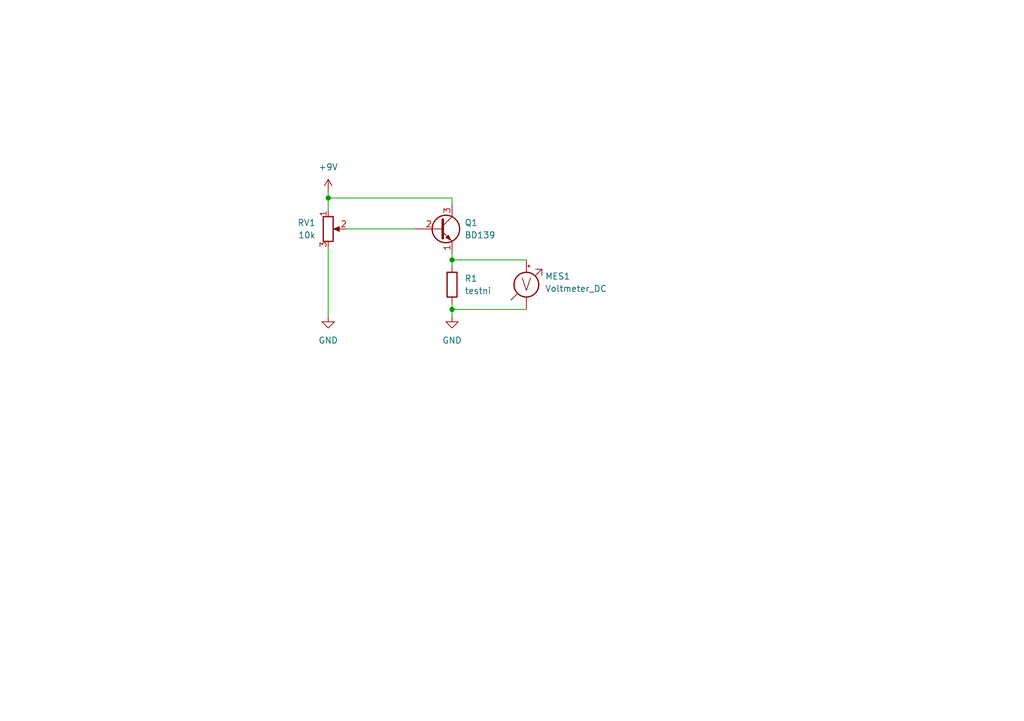
<source format=kicad_sch>
(kicad_sch (version 20211123) (generator eeschema)
  (paper "A5")
  (lib_symbols
    (symbol "Device:Q_NPN_EBC" (pin_names (offset 0) hide)
      (property "Reference" "Q" (at 5.08 1.27 0))
      (property "Value" "Q_NPN_EBC" (at 5.08 -1.27 0))
      (symbol "Q_NPN_EBC_0_1"
        (polyline (pts (xy 0.635 0.635) (xy 2.54 2.54)))
        (polyline (pts (xy 0.635 -0.635) (xy 2.54 -2.54) (xy 2.54 -2.54)))
        (polyline (pts (xy 0.635 1.905) (xy 0.635 -1.905) (xy 0.635 -1.905)) (stroke (width 0.508)))
        (polyline (pts (xy 1.27 -1.778) (xy 1.778 -1.27) (xy 2.286 -2.286) (xy 1.27 -1.778) (xy 1.27 -1.778)) (fill (type outline)))
        (circle (center 1.27 0) (radius 2.8194) (stroke (width 0.254)))
      )
      (symbol "Q_NPN_EBC_1_1"
        (pin passive line (at 2.54 -5.08 90) (length 2.54) (name "E") (number "1"))
        (pin passive line (at -5.08 0 0) (length 5.715) (name "B") (number "2"))
        (pin passive line (at 2.54 5.08 270) (length 2.54) (name "C") (number "3"))
      )
    )
    (symbol "Device:R" (pin_numbers hide) (pin_names (offset 0))
      (property "Reference" "R" (at 2.032 0 90))
      (property "Value" "R" (at 0 0 90))
      (symbol "R_0_1"
        (rectangle (start -1.016 -2.54) (end 1.016 2.54) (stroke (width 0.254)))
      )
      (symbol "R_1_1"
        (pin passive line (at 0 3.81 270) (length 1.27) (name "~") (number "1"))
        (pin passive line (at 0 -3.81 90) (length 1.27) (name "~") (number "2"))
      )
    )
    (symbol "Device:R_Potentiometer" (pin_names (offset 1.016) hide)
      (property "Reference" "RV" (at -4.445 0 90))
      (property "Value" "R_Potentiometer" (at -2.54 0 90))
      (symbol "R_Potentiometer_0_1"
        (polyline (pts (xy 2.54 0) (xy 1.524 0)))
        (polyline (pts (xy 1.143 0) (xy 2.286 0.508) (xy 2.286 -0.508) (xy 1.143 0)) (fill (type outline)))
        (rectangle (start 1.016 2.54) (end -1.016 -2.54) (stroke (width 0.254)))
      )
      (symbol "R_Potentiometer_1_1"
        (pin passive line (at 0 3.81 270) (length 1.27) (name "1") (number "1"))
        (pin passive line (at 3.81 0 180) (length 1.27) (name "2") (number "2"))
        (pin passive line (at 0 -3.81 90) (length 1.27) (name "3") (number "3"))
      )
    )
    (symbol "Device:Voltmeter_DC" (pin_numbers hide) (pin_names (offset 0.0254) hide)
      (property "Reference" "MES" (at -3.302 1.016 0))
      (property "Value" "Voltmeter_DC" (at -3.302 -0.762 0))
      (symbol "Voltmeter_DC_0_0"
        (polyline (pts (xy -3.175 -3.175) (xy -1.905 -1.905)))
        (polyline (pts (xy 1.905 1.905) (xy 3.175 3.175)))
        (polyline (pts (xy 1.905 3.175) (xy 3.175 3.175) (xy 3.175 1.905)))
        (text "V" (at 0 0 0) (effects (font (size 2.54 2.54))))
      )
      (symbol "Voltmeter_DC_0_1"
        (polyline (pts (xy 0.254 3.81) (xy 0.762 3.81)))
        (polyline (pts (xy 0.508 4.064) (xy 0.508 3.556)))
        (circle (center 0 0) (radius 2.54) (stroke (width 0.254)))
      )
      (symbol "Voltmeter_DC_1_1"
        (pin passive line (at 0 -5.08 90) (length 2.54) (name "-") (number "1"))
        (pin passive line (at 0 5.08 270) (length 2.54) (name "+") (number "2"))
      )
    )
    (symbol "power:+9V" (power) (pin_names (offset 0))
      (property "Value" "+9V" (at 0 3.556 0))
      (symbol "+9V_0_1"
        (polyline (pts (xy -0.762 1.27) (xy 0 2.54)))
        (polyline (pts (xy 0 0) (xy 0 2.54)))
        (polyline (pts (xy 0 2.54) (xy 0.762 1.27)))
      )
      (symbol "+9V_1_1"
        (pin power_in line (at 0 0 90) (length 0) hide (name "+9V") (number "1"))
      )
    )
    (symbol "power:GND" (power) (pin_names (offset 0))
      (property "Value" "GND" (at 0 -3.81 0))
      (symbol "GND_0_1"
        (polyline (pts (xy 0 0) (xy 0 -1.27) (xy 1.27 -1.27) (xy 0 -2.54) (xy -1.27 -1.27) (xy 0 -1.27)))
      )
      (symbol "GND_1_1"
        (pin power_in line (at 0 0 270) (length 0) hide (name "GND") (number "1"))
      )
    )
  )
  (junction (at 92.71 63.5))
  (junction (at 92.71 53.34))
  (junction (at 67.31 40.64))
  (wire (pts (xy 92.71 41.91) (xy 92.71 40.64)))
  (wire (pts (xy 92.71 53.34) (xy 107.95 53.34)))
  (wire (pts (xy 92.71 63.5) (xy 107.95 63.5)))
  (wire (pts (xy 92.71 62.23) (xy 92.71 63.5)))
  (wire (pts (xy 67.31 40.64) (xy 67.31 43.18)))
  (wire (pts (xy 67.31 50.8) (xy 67.31 64.77)))
  (wire (pts (xy 92.71 53.34) (xy 92.71 54.61)))
  (wire (pts (xy 67.31 40.64) (xy 92.71 40.64)))
  (wire (pts (xy 92.71 63.5) (xy 92.71 64.77)))
  (wire (pts (xy 92.71 52.07) (xy 92.71 53.34)))
  (wire (pts (xy 67.31 39.37) (xy 67.31 40.64)))
  (wire (pts (xy 71.12 46.99) (xy 85.09 46.99)))
  (symbol (lib_id "Device:Voltmeter_DC") (at 107.95 58.42 0) (unit 1)
    (property "Reference" "MES1" (at 111.76 56.7054 0) (effects (justify left)))
    (property "Value" "Voltmeter_DC" (at 111.76 59.2454 0) (effects (justify left)))
  )
  (symbol (lib_id "power:GND") (at 92.71 64.77 0) (unit 1)
    (property "Reference" "#PWR03" (effects hide))
    (property "Value" "GND" (at 92.71 69.85 0))
  )
  (symbol (lib_id "power:GND") (at 67.31 64.77 0) (unit 1)
    (property "Reference" "#PWR02" (effects hide))
    (property "Value" "GND" (at 67.31 69.85 0))
  )
  (symbol (lib_id "Device:R") (at 92.71 58.42 0) (unit 1)
    (property "Reference" "R1" (at 95.25 57.1499 0) (effects (justify left)))
    (property "Value" "testni" (at 95.25 59.6899 0) (effects (justify left)))
  )
  (symbol (lib_id "Device:R_Potentiometer") (at 67.31 46.99 0) (unit 1)
    (property "Reference" "RV1" (at 64.77 45.7199 0) (effects (justify right)))
    (property "Value" "10k" (at 64.77 48.2599 0) (effects (justify right)))
  )
  (symbol (lib_id "Device:Q_NPN_EBC") (at 90.17 46.99 0) (unit 1)
    (property "Reference" "Q1" (at 95.25 45.7199 0) (effects (justify left)))
    (property "Value" "BD139" (at 95.25 48.2599 0) (effects (justify left)))
  )
  (symbol (lib_id "power:+9V") (at 67.31 39.37 0) (unit 1)
    (property "Reference" "#PWR01" (effects hide))
    (property "Value" "+9V" (at 67.31 34.29 0))
  )
)
</source>
